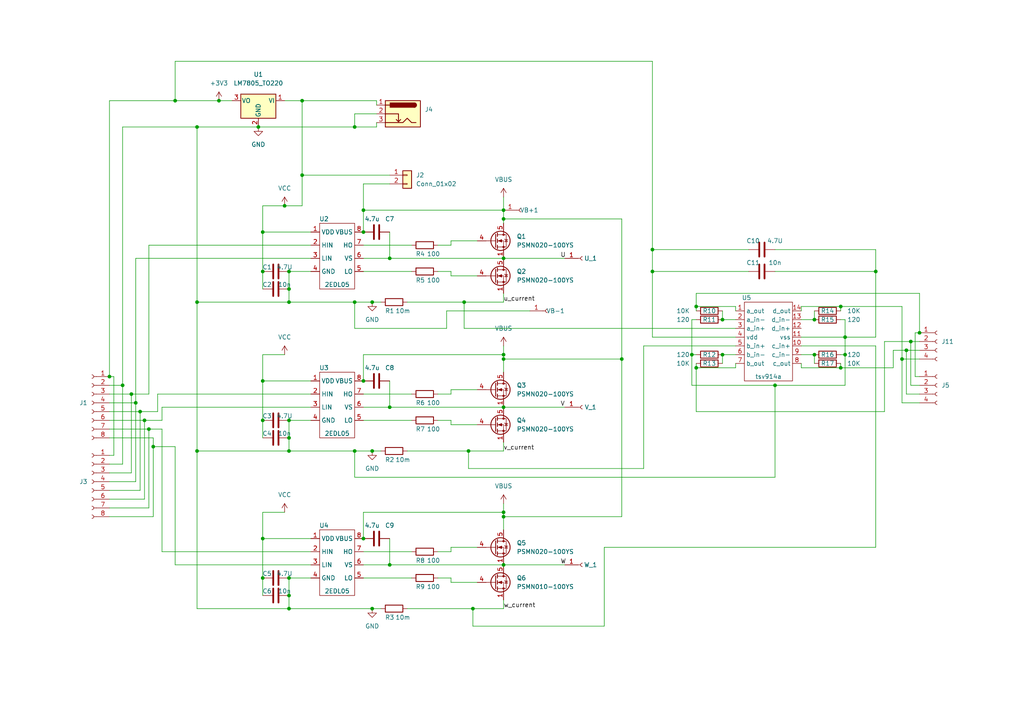
<source format=kicad_sch>
(kicad_sch (version 20210621) (generator eeschema)
  (paper "A4")
  (lib_symbols
    (symbol "1_user:2EDL05"
      (property "Reference" "U" (at 0 1.27 0))
      (property "Value" "2EDL05" (at 3.81 -17.78 0))
      (symbol "2EDL05_0_1"
        (rectangle (start -1.27 0) (end 8.89 -19.05) (stroke (width 0.1524)))
      )
      (symbol "2EDL05_1_1"
        (pin power_in line (at -3.81 -2.54 0) (length 2.54) (name "VDD") (number "1"))
        (pin input line (at -3.81 -6.35 0) (length 2.54) (name "HIN") (number "2"))
        (pin input line (at -3.81 -10.16 0) (length 2.54) (name "LIN") (number "3"))
        (pin power_in line (at -3.81 -13.97 0) (length 2.54) (name "GND") (number "4"))
        (pin output line (at 11.43 -13.97 180) (length 2.54) (name "LO") (number "5"))
        (pin output line (at 11.43 -10.16 180) (length 2.54) (name "VS") (number "6"))
        (pin output line (at 11.43 -6.35 180) (length 2.54) (name "HO") (number "7"))
        (pin input line (at 11.43 -2.54 180) (length 2.54) (name "VBUS") (number "8"))
      )
    )
    (symbol "1_user:tsv914a"
      (property "Reference" "U" (at 2.54 0 0))
      (property "Value" "tsv914a" (at 8.89 -22.86 0))
      (symbol "tsv914a_0_1"
        (rectangle (start 1.27 -1.27) (end 15.24 -24.13) (stroke (width 0.1524)))
      )
      (symbol "tsv914a_1_1"
        (pin output line (at -1.27 -3.81 0) (length 2.54) (name "a_out") (number "1"))
        (pin input line (at 17.78 -13.97 180) (length 2.54) (name "c_in+") (number "10"))
        (pin power_in line (at 17.78 -11.43 180) (length 2.54) (name "vss") (number "11"))
        (pin input line (at 17.78 -8.89 180) (length 2.54) (name "d_in+") (number "12"))
        (pin input line (at 17.78 -6.35 180) (length 2.54) (name "d_in-") (number "13"))
        (pin output line (at 17.78 -3.81 180) (length 2.54) (name "d_out") (number "14"))
        (pin input line (at -1.27 -6.35 0) (length 2.54) (name "a_in-") (number "2"))
        (pin input line (at -1.27 -8.89 0) (length 2.54) (name "a_in+") (number "3"))
        (pin power_in line (at -1.27 -11.43 0) (length 2.54) (name "vdd") (number "4"))
        (pin input line (at -1.27 -13.97 0) (length 2.54) (name "b_in+") (number "5"))
        (pin input line (at -1.27 -16.51 0) (length 2.54) (name "b_in-") (number "6"))
        (pin output line (at -1.27 -19.05 0) (length 2.54) (name "b_out") (number "7"))
        (pin output line (at 17.78 -19.05 180) (length 2.54) (name "c_out") (number "8"))
        (pin input line (at 17.78 -16.51 180) (length 2.54) (name "c_in-") (number "9"))
      )
    )
    (symbol "Connector:Barrel_Jack_Switch_Pin3Ring" (pin_names hide)
      (property "Reference" "J" (at 0 5.334 0))
      (property "Value" "Barrel_Jack_Switch_Pin3Ring" (at 0 -5.08 0))
      (symbol "Barrel_Jack_Switch_Pin3Ring_0_1"
        (arc (start -3.302 3.175) (end -3.302 1.905) (radius (at -3.302 2.54) (length 0.635) (angles 90.1 -90.1)) (stroke (width 0.254)))
        (arc (start -3.302 3.175) (end -3.302 1.905) (radius (at -3.302 2.54) (length 0.635) (angles 90.1 -90.1)) (stroke (width 0.254)) (fill (type outline)))
        (rectangle (start 3.683 3.175) (end -3.302 1.905) (stroke (width 0.254)) (fill (type outline)))
        (rectangle (start -5.08 3.81) (end 5.08 -3.81) (stroke (width 0.254)) (fill (type background)))
        (polyline (pts (xy 1.27 -2.286) (xy 1.905 -1.651)) (stroke (width 0.254)))
        (polyline (pts (xy 5.08 2.54) (xy 3.81 2.54)) (stroke (width 0.254)))
        (polyline (pts (xy 5.08 0) (xy 1.27 0) (xy 1.27 -2.286) (xy 0.635 -1.651)) (stroke (width 0.254)))
        (polyline (pts (xy -3.81 -2.54) (xy -2.54 -2.54) (xy -1.27 -1.27) (xy 0 -2.54) (xy 2.54 -2.54) (xy 5.08 -2.54)) (stroke (width 0.254)))
      )
      (symbol "Barrel_Jack_Switch_Pin3Ring_1_1"
        (pin passive line (at 7.62 2.54 180) (length 2.54) (name "~") (number "1"))
        (pin passive line (at 7.62 0 180) (length 2.54) (name "~") (number "2"))
        (pin passive line (at 7.62 -2.54 180) (length 2.54) (name "~") (number "3"))
      )
    )
    (symbol "Connector:Conn_01x01_Female" (pin_names (offset 1.016) hide)
      (property "Reference" "J" (at 0 2.54 0))
      (property "Value" "Conn_01x01_Female" (at 0 -2.54 0))
      (symbol "Conn_01x01_Female_1_1"
        (arc (start 0 0.508) (end 0 -0.508) (radius (at 0 0) (length 0.508) (angles 90.1 -90.1)) (stroke (width 0.1524)))
        (polyline (pts (xy -1.27 0) (xy -0.508 0)) (stroke (width 0.1524)))
        (pin passive line (at -5.08 0 0) (length 3.81) (name "Pin_1") (number "1"))
      )
    )
    (symbol "Connector:Conn_01x04_Female" (pin_names (offset 1.016) hide)
      (property "Reference" "J" (at 0 5.08 0))
      (property "Value" "Conn_01x04_Female" (at 0 -7.62 0))
      (symbol "Conn_01x04_Female_1_1"
        (arc (start 0 -4.572) (end 0 -5.588) (radius (at 0 -5.08) (length 0.508) (angles 90.1 -90.1)) (stroke (width 0.1524)))
        (arc (start 0 -2.032) (end 0 -3.048) (radius (at 0 -2.54) (length 0.508) (angles 90.1 -90.1)) (stroke (width 0.1524)))
        (arc (start 0 0.508) (end 0 -0.508) (radius (at 0 0) (length 0.508) (angles 90.1 -90.1)) (stroke (width 0.1524)))
        (arc (start 0 3.048) (end 0 2.032) (radius (at 0 2.54) (length 0.508) (angles 90.1 -90.1)) (stroke (width 0.1524)))
        (polyline (pts (xy -1.27 -5.08) (xy -0.508 -5.08)) (stroke (width 0.1524)))
        (polyline (pts (xy -1.27 -2.54) (xy -0.508 -2.54)) (stroke (width 0.1524)))
        (polyline (pts (xy -1.27 0) (xy -0.508 0)) (stroke (width 0.1524)))
        (polyline (pts (xy -1.27 2.54) (xy -0.508 2.54)) (stroke (width 0.1524)))
        (pin passive line (at -5.08 2.54 0) (length 3.81) (name "Pin_1") (number "1"))
        (pin passive line (at -5.08 0 0) (length 3.81) (name "Pin_2") (number "2"))
        (pin passive line (at -5.08 -2.54 0) (length 3.81) (name "Pin_3") (number "3"))
        (pin passive line (at -5.08 -5.08 0) (length 3.81) (name "Pin_4") (number "4"))
      )
    )
    (symbol "Connector:Conn_01x08_Female" (pin_names (offset 1.016) hide)
      (property "Reference" "J" (at 0 10.16 0))
      (property "Value" "Conn_01x08_Female" (at 0 -12.7 0))
      (symbol "Conn_01x08_Female_1_1"
        (arc (start 0 -9.652) (end 0 -10.668) (radius (at 0 -10.16) (length 0.508) (angles 90.1 -90.1)) (stroke (width 0.1524)))
        (arc (start 0 -7.112) (end 0 -8.128) (radius (at 0 -7.62) (length 0.508) (angles 90.1 -90.1)) (stroke (width 0.1524)))
        (arc (start 0 -4.572) (end 0 -5.588) (radius (at 0 -5.08) (length 0.508) (angles 90.1 -90.1)) (stroke (width 0.1524)))
        (arc (start 0 -2.032) (end 0 -3.048) (radius (at 0 -2.54) (length 0.508) (angles 90.1 -90.1)) (stroke (width 0.1524)))
        (arc (start 0 0.508) (end 0 -0.508) (radius (at 0 0) (length 0.508) (angles 90.1 -90.1)) (stroke (width 0.1524)))
        (arc (start 0 3.048) (end 0 2.032) (radius (at 0 2.54) (length 0.508) (angles 90.1 -90.1)) (stroke (width 0.1524)))
        (arc (start 0 5.588) (end 0 4.572) (radius (at 0 5.08) (length 0.508) (angles 90.1 -90.1)) (stroke (width 0.1524)))
        (arc (start 0 8.128) (end 0 7.112) (radius (at 0 7.62) (length 0.508) (angles 90.1 -90.1)) (stroke (width 0.1524)))
        (polyline (pts (xy -1.27 -10.16) (xy -0.508 -10.16)) (stroke (width 0.1524)))
        (polyline (pts (xy -1.27 -7.62) (xy -0.508 -7.62)) (stroke (width 0.1524)))
        (polyline (pts (xy -1.27 -5.08) (xy -0.508 -5.08)) (stroke (width 0.1524)))
        (polyline (pts (xy -1.27 -2.54) (xy -0.508 -2.54)) (stroke (width 0.1524)))
        (polyline (pts (xy -1.27 0) (xy -0.508 0)) (stroke (width 0.1524)))
        (polyline (pts (xy -1.27 2.54) (xy -0.508 2.54)) (stroke (width 0.1524)))
        (polyline (pts (xy -1.27 5.08) (xy -0.508 5.08)) (stroke (width 0.1524)))
        (polyline (pts (xy -1.27 7.62) (xy -0.508 7.62)) (stroke (width 0.1524)))
        (pin passive line (at -5.08 7.62 0) (length 3.81) (name "Pin_1") (number "1"))
        (pin passive line (at -5.08 5.08 0) (length 3.81) (name "Pin_2") (number "2"))
        (pin passive line (at -5.08 2.54 0) (length 3.81) (name "Pin_3") (number "3"))
        (pin passive line (at -5.08 0 0) (length 3.81) (name "Pin_4") (number "4"))
        (pin passive line (at -5.08 -2.54 0) (length 3.81) (name "Pin_5") (number "5"))
        (pin passive line (at -5.08 -5.08 0) (length 3.81) (name "Pin_6") (number "6"))
        (pin passive line (at -5.08 -7.62 0) (length 3.81) (name "Pin_7") (number "7"))
        (pin passive line (at -5.08 -10.16 0) (length 3.81) (name "Pin_8") (number "8"))
      )
    )
    (symbol "Connector_Generic:Conn_01x02" (pin_names (offset 1.016) hide)
      (property "Reference" "J" (at 0 2.54 0))
      (property "Value" "Conn_01x02" (at 0 -5.08 0))
      (symbol "Conn_01x02_1_1"
        (rectangle (start -1.27 -2.413) (end 0 -2.667) (stroke (width 0.1524)))
        (rectangle (start -1.27 0.127) (end 0 -0.127) (stroke (width 0.1524)))
        (rectangle (start -1.27 1.27) (end 1.27 -3.81) (stroke (width 0.254)) (fill (type background)))
        (pin passive line (at -5.08 0 0) (length 3.81) (name "Pin_1") (number "1"))
        (pin passive line (at -5.08 -2.54 0) (length 3.81) (name "Pin_2") (number "2"))
      )
    )
    (symbol "Device:C" (pin_numbers hide) (pin_names (offset 0.254))
      (property "Reference" "C" (at 0.635 2.54 0))
      (property "Value" "C" (at 0.635 -2.54 0))
      (symbol "C_0_1"
        (polyline (pts (xy -2.032 -0.762) (xy 2.032 -0.762)) (stroke (width 0.508)))
        (polyline (pts (xy -2.032 0.762) (xy 2.032 0.762)) (stroke (width 0.508)))
      )
      (symbol "C_1_1"
        (pin passive line (at 0 3.81 270) (length 2.794) (name "~") (number "1"))
        (pin passive line (at 0 -3.81 90) (length 2.794) (name "~") (number "2"))
      )
    )
    (symbol "Device:R" (pin_numbers hide) (pin_names (offset 0))
      (property "Reference" "R" (at 2.032 0 90))
      (property "Value" "R" (at 0 0 90))
      (symbol "R_0_1"
        (rectangle (start -1.016 -2.54) (end 1.016 2.54) (stroke (width 0.254)))
      )
      (symbol "R_1_1"
        (pin passive line (at 0 3.81 270) (length 1.27) (name "~") (number "1"))
        (pin passive line (at 0 -3.81 90) (length 1.27) (name "~") (number "2"))
      )
    )
    (symbol "Regulator_Linear:LM7805_TO220" (pin_names (offset 0.254))
      (property "Reference" "U" (at -3.81 3.175 0))
      (property "Value" "LM7805_TO220" (at 0 3.175 0))
      (symbol "LM7805_TO220_0_1"
        (rectangle (start -5.08 1.905) (end 5.08 -5.08) (stroke (width 0.254)) (fill (type background)))
      )
      (symbol "LM7805_TO220_1_1"
        (pin power_in line (at -7.62 0 0) (length 2.54) (name "VI") (number "1"))
        (pin power_in line (at 0 -7.62 90) (length 2.54) (name "GND") (number "2"))
        (pin power_out line (at 7.62 0 180) (length 2.54) (name "VO") (number "3"))
      )
    )
    (symbol "Transistor_FET:PSMN5R2-60YL" (pin_names hide)
      (property "Reference" "Q" (at 6.35 2.54 0))
      (property "Value" "PSMN5R2-60YL" (at 12.7 0 0))
      (symbol "PSMN5R2-60YL_0_1"
        (circle (center 1.651 0) (radius 2.794) (stroke (width 0.254)))
        (circle (center 2.54 -1.778) (radius 0.254) (fill (type outline)))
        (circle (center 2.54 1.778) (radius 0.254) (fill (type outline)))
        (polyline (pts (xy 0.254 0) (xy -2.54 0)))
        (polyline (pts (xy 0.254 1.905) (xy 0.254 -1.905)) (stroke (width 0.254)))
        (polyline (pts (xy 0.762 -1.27) (xy 0.762 -2.286)) (stroke (width 0.254)))
        (polyline (pts (xy 0.762 0.508) (xy 0.762 -0.508)) (stroke (width 0.254)))
        (polyline (pts (xy 0.762 2.286) (xy 0.762 1.27)) (stroke (width 0.254)))
        (polyline (pts (xy 2.54 2.54) (xy 2.54 1.778)))
        (polyline (pts (xy 2.54 -2.54) (xy 2.54 0) (xy 0.762 0)))
        (polyline (pts (xy 0.762 -1.778) (xy 3.302 -1.778) (xy 3.302 1.778) (xy 0.762 1.778)))
        (polyline (pts (xy 2.794 0.508) (xy 2.921 0.381) (xy 3.683 0.381) (xy 3.81 0.254)))
        (polyline (pts (xy 3.302 0.381) (xy 2.921 -0.254) (xy 3.683 -0.254) (xy 3.302 0.381)))
        (polyline (pts (xy 1.016 0) (xy 2.032 0.381) (xy 2.032 -0.381) (xy 1.016 0)) (fill (type outline)))
      )
      (symbol "PSMN5R2-60YL_1_1"
        (pin passive line (at 2.54 -5.08 90) (length 2.54) (name "S") (number "1"))
        (pin passive line (at 2.54 -5.08 90) (length 2.54) hide (name "S") (number "2"))
        (pin passive line (at 2.54 -5.08 90) (length 2.54) hide (name "S") (number "3"))
        (pin passive line (at -5.08 0 0) (length 2.54) (name "G") (number "4"))
        (pin passive line (at 2.54 5.08 270) (length 2.54) (name "D") (number "5"))
      )
    )
    (symbol "power:+3.3V" (power) (pin_names (offset 0))
      (property "Value" "+3.3V" (at 0 3.556 0))
      (symbol "+3.3V_0_1"
        (polyline (pts (xy -0.762 1.27) (xy 0 2.54)))
        (polyline (pts (xy 0 0) (xy 0 2.54)))
        (polyline (pts (xy 0 2.54) (xy 0.762 1.27)))
      )
      (symbol "+3.3V_1_1"
        (pin power_in line (at 0 0 90) (length 0) hide (name "+3V3") (number "1"))
      )
    )
    (symbol "power:GND" (power) (pin_names (offset 0))
      (property "Value" "GND" (at 0 -3.81 0))
      (symbol "GND_0_1"
        (polyline (pts (xy 0 0) (xy 0 -1.27) (xy 1.27 -1.27) (xy 0 -2.54) (xy -1.27 -1.27) (xy 0 -1.27)))
      )
      (symbol "GND_1_1"
        (pin power_in line (at 0 0 270) (length 0) hide (name "GND") (number "1"))
      )
    )
    (symbol "power:VBUS" (power) (pin_names (offset 0))
      (property "Value" "VBUS" (at 0 3.81 0))
      (symbol "VBUS_0_1"
        (polyline (pts (xy -0.762 1.27) (xy 0 2.54)))
        (polyline (pts (xy 0 0) (xy 0 2.54)))
        (polyline (pts (xy 0 2.54) (xy 0.762 1.27)))
      )
      (symbol "VBUS_1_1"
        (pin power_in line (at 0 0 90) (length 0) hide (name "VBUS") (number "1"))
      )
    )
    (symbol "power:VCC" (power) (pin_names (offset 0))
      (property "Value" "VCC" (at 0 3.81 0))
      (symbol "VCC_0_1"
        (polyline (pts (xy -0.762 1.27) (xy 0 2.54)))
        (polyline (pts (xy 0 0) (xy 0 2.54)))
        (polyline (pts (xy 0 2.54) (xy 0.762 1.27)))
      )
      (symbol "VCC_1_1"
        (pin power_in line (at 0 0 90) (length 0) hide (name "VCC") (number "1"))
      )
    )
  )
  (junction (at 31.75 109.22) (diameter 0.9144))
  (junction (at 35.56 111.76) (diameter 0.9144))
  (junction (at 38.1 114.3) (diameter 0.9144))
  (junction (at 39.37 116.84) (diameter 0.9144))
  (junction (at 40.64 119.38) (diameter 0.9144))
  (junction (at 41.91 121.92) (diameter 0.9144))
  (junction (at 43.18 124.46) (diameter 0.9144))
  (junction (at 44.45 129.54) (diameter 0.9144))
  (junction (at 50.8 29.21) (diameter 0.9144))
  (junction (at 57.15 36.83) (diameter 0.9144))
  (junction (at 57.15 87.63) (diameter 0.9144))
  (junction (at 57.15 130.81) (diameter 0.9144))
  (junction (at 63.5 29.21) (diameter 0.9144))
  (junction (at 74.93 36.83) (diameter 0.9144))
  (junction (at 76.2 67.31) (diameter 0.9144))
  (junction (at 76.2 78.74) (diameter 0.9144))
  (junction (at 76.2 110.49) (diameter 0.9144))
  (junction (at 76.2 121.92) (diameter 0.9144))
  (junction (at 76.2 156.21) (diameter 0.9144))
  (junction (at 76.2 167.64) (diameter 0.9144))
  (junction (at 82.55 59.69) (diameter 0.9144))
  (junction (at 83.82 78.74) (diameter 0.9144))
  (junction (at 83.82 83.82) (diameter 0.9144))
  (junction (at 83.82 87.63) (diameter 0.9144))
  (junction (at 83.82 121.92) (diameter 0.9144))
  (junction (at 83.82 127) (diameter 0.9144))
  (junction (at 83.82 130.81) (diameter 0.9144))
  (junction (at 83.82 167.64) (diameter 0.9144))
  (junction (at 83.82 172.72) (diameter 0.9144))
  (junction (at 83.82 176.53) (diameter 0.9144))
  (junction (at 87.63 29.21) (diameter 0.9144))
  (junction (at 87.63 50.8) (diameter 0.9144))
  (junction (at 102.87 36.83) (diameter 0.9144))
  (junction (at 102.87 87.63) (diameter 0.9144))
  (junction (at 102.87 130.81) (diameter 0.9144))
  (junction (at 105.41 60.96) (diameter 0.9144))
  (junction (at 105.41 67.31) (diameter 0.9144))
  (junction (at 105.41 110.49) (diameter 0.9144))
  (junction (at 105.41 156.21) (diameter 0.9144))
  (junction (at 107.95 87.63) (diameter 0.9144))
  (junction (at 107.95 130.81) (diameter 0.9144))
  (junction (at 107.95 176.53) (diameter 0.9144))
  (junction (at 113.03 74.93) (diameter 0.9144))
  (junction (at 113.03 118.11) (diameter 0.9144))
  (junction (at 113.03 163.83) (diameter 0.9144))
  (junction (at 134.62 87.63) (diameter 0.9144))
  (junction (at 135.89 130.81) (diameter 0.9144))
  (junction (at 137.16 176.53) (diameter 0.9144))
  (junction (at 146.05 60.96) (diameter 0.9144))
  (junction (at 146.05 63.5) (diameter 0.9144))
  (junction (at 146.05 74.93) (diameter 0.9144))
  (junction (at 146.05 102.87) (diameter 0.9144))
  (junction (at 146.05 104.14) (diameter 0.9144))
  (junction (at 146.05 118.11) (diameter 0.9144))
  (junction (at 146.05 148.59) (diameter 0.9144))
  (junction (at 146.05 149.86) (diameter 0.9144))
  (junction (at 146.05 163.83) (diameter 0.9144))
  (junction (at 180.34 104.14) (diameter 0.9144))
  (junction (at 189.23 72.39) (diameter 0.9144))
  (junction (at 189.23 78.74) (diameter 0.9144))
  (junction (at 200.66 102.87) (diameter 0.9144))
  (junction (at 201.93 88.9) (diameter 0.9144))
  (junction (at 201.93 106.68) (diameter 0.9144))
  (junction (at 209.55 92.71) (diameter 0.9144))
  (junction (at 209.55 102.87) (diameter 0.9144))
  (junction (at 224.79 111.76) (diameter 0.9144))
  (junction (at 236.22 92.71) (diameter 0.9144))
  (junction (at 236.22 102.87) (diameter 0.9144))
  (junction (at 243.84 88.9) (diameter 0.9144))
  (junction (at 243.84 106.68) (diameter 0.9144))
  (junction (at 245.11 97.79) (diameter 0.9144))
  (junction (at 245.11 102.87) (diameter 0.9144))
  (junction (at 254 78.74) (diameter 0.9144))
  (junction (at 261.62 104.14) (diameter 0.9144))
  (junction (at 262.89 101.6) (diameter 0.9144))
  (junction (at 264.16 99.06) (diameter 0.9144))
  (junction (at 266.7 96.52) (diameter 0.9144))
  (wire (pts (xy 31.75 29.21) (xy 50.8 29.21)))
  (wire (pts (xy 31.75 109.22) (xy 31.75 29.21)))
  (wire (pts (xy 31.75 111.76) (xy 35.56 111.76)))
  (wire (pts (xy 31.75 114.3) (xy 38.1 114.3)))
  (wire (pts (xy 31.75 116.84) (xy 39.37 116.84)))
  (wire (pts (xy 31.75 119.38) (xy 40.64 119.38)))
  (wire (pts (xy 31.75 127) (xy 44.45 127)))
  (wire (pts (xy 31.75 132.08) (xy 33.02 132.08)))
  (wire (pts (xy 31.75 134.62) (xy 35.56 134.62)))
  (wire (pts (xy 31.75 137.16) (xy 38.1 137.16)))
  (wire (pts (xy 31.75 139.7) (xy 39.37 139.7)))
  (wire (pts (xy 31.75 142.24) (xy 40.64 142.24)))
  (wire (pts (xy 31.75 144.78) (xy 41.91 144.78)))
  (wire (pts (xy 31.75 147.32) (xy 43.18 147.32)))
  (wire (pts (xy 31.75 149.86) (xy 44.45 149.86)))
  (wire (pts (xy 33.02 109.22) (xy 31.75 109.22)))
  (wire (pts (xy 33.02 132.08) (xy 33.02 109.22)))
  (wire (pts (xy 35.56 36.83) (xy 57.15 36.83)))
  (wire (pts (xy 35.56 111.76) (xy 35.56 36.83)))
  (wire (pts (xy 35.56 134.62) (xy 35.56 111.76)))
  (wire (pts (xy 38.1 114.3) (xy 43.18 114.3)))
  (wire (pts (xy 38.1 137.16) (xy 38.1 114.3)))
  (wire (pts (xy 39.37 74.93) (xy 39.37 116.84)))
  (wire (pts (xy 39.37 74.93) (xy 90.17 74.93)))
  (wire (pts (xy 39.37 139.7) (xy 39.37 116.84)))
  (wire (pts (xy 40.64 119.38) (xy 45.72 119.38)))
  (wire (pts (xy 40.64 142.24) (xy 40.64 119.38)))
  (wire (pts (xy 41.91 121.92) (xy 31.75 121.92)))
  (wire (pts (xy 41.91 144.78) (xy 41.91 121.92)))
  (wire (pts (xy 43.18 71.12) (xy 90.17 71.12)))
  (wire (pts (xy 43.18 114.3) (xy 43.18 71.12)))
  (wire (pts (xy 43.18 124.46) (xy 31.75 124.46)))
  (wire (pts (xy 43.18 147.32) (xy 43.18 124.46)))
  (wire (pts (xy 44.45 127) (xy 44.45 129.54)))
  (wire (pts (xy 44.45 129.54) (xy 50.8 129.54)))
  (wire (pts (xy 44.45 149.86) (xy 44.45 129.54)))
  (wire (pts (xy 45.72 114.3) (xy 90.17 114.3)))
  (wire (pts (xy 45.72 119.38) (xy 45.72 114.3)))
  (wire (pts (xy 46.99 118.11) (xy 46.99 121.92)))
  (wire (pts (xy 46.99 118.11) (xy 90.17 118.11)))
  (wire (pts (xy 46.99 121.92) (xy 41.91 121.92)))
  (wire (pts (xy 46.99 124.46) (xy 43.18 124.46)))
  (wire (pts (xy 46.99 124.46) (xy 46.99 160.02)))
  (wire (pts (xy 46.99 160.02) (xy 90.17 160.02)))
  (wire (pts (xy 50.8 17.78) (xy 50.8 29.21)))
  (wire (pts (xy 50.8 29.21) (xy 63.5 29.21)))
  (wire (pts (xy 50.8 129.54) (xy 50.8 163.83)))
  (wire (pts (xy 57.15 36.83) (xy 57.15 87.63)))
  (wire (pts (xy 57.15 36.83) (xy 74.93 36.83)))
  (wire (pts (xy 57.15 87.63) (xy 57.15 130.81)))
  (wire (pts (xy 57.15 87.63) (xy 83.82 87.63)))
  (wire (pts (xy 57.15 130.81) (xy 57.15 176.53)))
  (wire (pts (xy 57.15 130.81) (xy 83.82 130.81)))
  (wire (pts (xy 57.15 176.53) (xy 83.82 176.53)))
  (wire (pts (xy 63.5 29.21) (xy 67.31 29.21)))
  (wire (pts (xy 74.93 36.83) (xy 102.87 36.83)))
  (wire (pts (xy 76.2 59.69) (xy 82.55 59.69)))
  (wire (pts (xy 76.2 67.31) (xy 76.2 59.69)))
  (wire (pts (xy 76.2 67.31) (xy 76.2 78.74)))
  (wire (pts (xy 76.2 67.31) (xy 90.17 67.31)))
  (wire (pts (xy 76.2 78.74) (xy 76.2 83.82)))
  (wire (pts (xy 76.2 102.87) (xy 76.2 110.49)))
  (wire (pts (xy 76.2 102.87) (xy 82.55 102.87)))
  (wire (pts (xy 76.2 110.49) (xy 76.2 121.92)))
  (wire (pts (xy 76.2 110.49) (xy 90.17 110.49)))
  (wire (pts (xy 76.2 121.92) (xy 76.2 127)))
  (wire (pts (xy 76.2 148.59) (xy 76.2 156.21)))
  (wire (pts (xy 76.2 148.59) (xy 82.55 148.59)))
  (wire (pts (xy 76.2 156.21) (xy 76.2 167.64)))
  (wire (pts (xy 76.2 156.21) (xy 90.17 156.21)))
  (wire (pts (xy 76.2 167.64) (xy 76.2 172.72)))
  (wire (pts (xy 82.55 29.21) (xy 87.63 29.21)))
  (wire (pts (xy 82.55 59.69) (xy 87.63 59.69)))
  (wire (pts (xy 83.82 78.74) (xy 83.82 83.82)))
  (wire (pts (xy 83.82 78.74) (xy 90.17 78.74)))
  (wire (pts (xy 83.82 83.82) (xy 83.82 87.63)))
  (wire (pts (xy 83.82 121.92) (xy 83.82 127)))
  (wire (pts (xy 83.82 121.92) (xy 90.17 121.92)))
  (wire (pts (xy 83.82 127) (xy 83.82 130.81)))
  (wire (pts (xy 83.82 167.64) (xy 83.82 172.72)))
  (wire (pts (xy 83.82 167.64) (xy 90.17 167.64)))
  (wire (pts (xy 83.82 172.72) (xy 83.82 176.53)))
  (wire (pts (xy 87.63 29.21) (xy 87.63 50.8)))
  (wire (pts (xy 87.63 29.21) (xy 109.22 29.21)))
  (wire (pts (xy 87.63 50.8) (xy 87.63 59.69)))
  (wire (pts (xy 87.63 50.8) (xy 113.03 50.8)))
  (wire (pts (xy 90.17 163.83) (xy 50.8 163.83)))
  (wire (pts (xy 102.87 33.02) (xy 102.87 36.83)))
  (wire (pts (xy 102.87 36.83) (xy 109.22 36.83)))
  (wire (pts (xy 102.87 87.63) (xy 83.82 87.63)))
  (wire (pts (xy 102.87 87.63) (xy 102.87 95.25)))
  (wire (pts (xy 102.87 95.25) (xy 129.54 95.25)))
  (wire (pts (xy 102.87 130.81) (xy 83.82 130.81)))
  (wire (pts (xy 102.87 130.81) (xy 102.87 138.43)))
  (wire (pts (xy 102.87 138.43) (xy 224.79 138.43)))
  (wire (pts (xy 105.41 53.34) (xy 105.41 60.96)))
  (wire (pts (xy 105.41 53.34) (xy 113.03 53.34)))
  (wire (pts (xy 105.41 60.96) (xy 105.41 67.31)))
  (wire (pts (xy 105.41 60.96) (xy 146.05 60.96)))
  (wire (pts (xy 105.41 71.12) (xy 119.38 71.12)))
  (wire (pts (xy 105.41 74.93) (xy 113.03 74.93)))
  (wire (pts (xy 105.41 78.74) (xy 119.38 78.74)))
  (wire (pts (xy 105.41 102.87) (xy 146.05 102.87)))
  (wire (pts (xy 105.41 110.49) (xy 105.41 102.87)))
  (wire (pts (xy 105.41 114.3) (xy 119.38 114.3)))
  (wire (pts (xy 105.41 118.11) (xy 113.03 118.11)))
  (wire (pts (xy 105.41 121.92) (xy 119.38 121.92)))
  (wire (pts (xy 105.41 148.59) (xy 146.05 148.59)))
  (wire (pts (xy 105.41 156.21) (xy 105.41 148.59)))
  (wire (pts (xy 105.41 160.02) (xy 119.38 160.02)))
  (wire (pts (xy 105.41 163.83) (xy 113.03 163.83)))
  (wire (pts (xy 105.41 167.64) (xy 119.38 167.64)))
  (wire (pts (xy 107.95 87.63) (xy 102.87 87.63)))
  (wire (pts (xy 107.95 130.81) (xy 102.87 130.81)))
  (wire (pts (xy 107.95 176.53) (xy 83.82 176.53)))
  (wire (pts (xy 109.22 29.21) (xy 109.22 30.48)))
  (wire (pts (xy 109.22 33.02) (xy 102.87 33.02)))
  (wire (pts (xy 109.22 36.83) (xy 109.22 35.56)))
  (wire (pts (xy 110.49 87.63) (xy 107.95 87.63)))
  (wire (pts (xy 110.49 130.81) (xy 107.95 130.81)))
  (wire (pts (xy 110.49 176.53) (xy 107.95 176.53)))
  (wire (pts (xy 113.03 74.93) (xy 113.03 67.31)))
  (wire (pts (xy 113.03 74.93) (xy 146.05 74.93)))
  (wire (pts (xy 113.03 118.11) (xy 113.03 110.49)))
  (wire (pts (xy 113.03 118.11) (xy 146.05 118.11)))
  (wire (pts (xy 113.03 163.83) (xy 113.03 156.21)))
  (wire (pts (xy 113.03 163.83) (xy 146.05 163.83)))
  (wire (pts (xy 118.11 87.63) (xy 134.62 87.63)))
  (wire (pts (xy 118.11 130.81) (xy 135.89 130.81)))
  (wire (pts (xy 118.11 176.53) (xy 137.16 176.53)))
  (wire (pts (xy 127 71.12) (xy 130.81 71.12)))
  (wire (pts (xy 127 78.74) (xy 130.81 78.74)))
  (wire (pts (xy 127 114.3) (xy 130.81 114.3)))
  (wire (pts (xy 127 121.92) (xy 130.81 121.92)))
  (wire (pts (xy 127 160.02) (xy 130.81 160.02)))
  (wire (pts (xy 127 167.64) (xy 130.81 167.64)))
  (wire (pts (xy 129.54 90.17) (xy 153.67 90.17)))
  (wire (pts (xy 129.54 95.25) (xy 129.54 90.17)))
  (wire (pts (xy 130.81 69.85) (xy 138.43 69.85)))
  (wire (pts (xy 130.81 71.12) (xy 130.81 69.85)))
  (wire (pts (xy 130.81 78.74) (xy 130.81 80.01)))
  (wire (pts (xy 130.81 80.01) (xy 138.43 80.01)))
  (wire (pts (xy 130.81 113.03) (xy 138.43 113.03)))
  (wire (pts (xy 130.81 114.3) (xy 130.81 113.03)))
  (wire (pts (xy 130.81 121.92) (xy 130.81 123.19)))
  (wire (pts (xy 130.81 123.19) (xy 138.43 123.19)))
  (wire (pts (xy 130.81 158.75) (xy 138.43 158.75)))
  (wire (pts (xy 130.81 160.02) (xy 130.81 158.75)))
  (wire (pts (xy 130.81 167.64) (xy 130.81 168.91)))
  (wire (pts (xy 130.81 168.91) (xy 138.43 168.91)))
  (wire (pts (xy 134.62 87.63) (xy 134.62 95.25)))
  (wire (pts (xy 134.62 87.63) (xy 146.05 87.63)))
  (wire (pts (xy 134.62 95.25) (xy 213.36 95.25)))
  (wire (pts (xy 135.89 130.81) (xy 135.89 135.89)))
  (wire (pts (xy 135.89 130.81) (xy 146.05 130.81)))
  (wire (pts (xy 135.89 135.89) (xy 186.69 135.89)))
  (wire (pts (xy 137.16 176.53) (xy 146.05 176.53)))
  (wire (pts (xy 137.16 181.61) (xy 137.16 176.53)))
  (wire (pts (xy 146.05 57.15) (xy 146.05 60.96)))
  (wire (pts (xy 146.05 60.96) (xy 146.05 63.5)))
  (wire (pts (xy 146.05 63.5) (xy 146.05 64.77)))
  (wire (pts (xy 146.05 63.5) (xy 180.34 63.5)))
  (wire (pts (xy 146.05 74.93) (xy 163.83 74.93)))
  (wire (pts (xy 146.05 87.63) (xy 146.05 85.09)))
  (wire (pts (xy 146.05 100.33) (xy 146.05 102.87)))
  (wire (pts (xy 146.05 102.87) (xy 146.05 104.14)))
  (wire (pts (xy 146.05 104.14) (xy 146.05 107.95)))
  (wire (pts (xy 146.05 104.14) (xy 180.34 104.14)))
  (wire (pts (xy 146.05 118.11) (xy 163.83 118.11)))
  (wire (pts (xy 146.05 130.81) (xy 146.05 128.27)))
  (wire (pts (xy 146.05 146.05) (xy 146.05 148.59)))
  (wire (pts (xy 146.05 148.59) (xy 146.05 149.86)))
  (wire (pts (xy 146.05 149.86) (xy 146.05 153.67)))
  (wire (pts (xy 146.05 163.83) (xy 163.83 163.83)))
  (wire (pts (xy 146.05 176.53) (xy 146.05 173.99)))
  (wire (pts (xy 175.26 158.75) (xy 254 158.75)))
  (wire (pts (xy 175.26 181.61) (xy 137.16 181.61)))
  (wire (pts (xy 175.26 181.61) (xy 175.26 158.75)))
  (wire (pts (xy 180.34 63.5) (xy 180.34 104.14)))
  (wire (pts (xy 180.34 104.14) (xy 180.34 149.86)))
  (wire (pts (xy 180.34 149.86) (xy 146.05 149.86)))
  (wire (pts (xy 186.69 100.33) (xy 213.36 100.33)))
  (wire (pts (xy 186.69 135.89) (xy 186.69 100.33)))
  (wire (pts (xy 189.23 17.78) (xy 50.8 17.78)))
  (wire (pts (xy 189.23 72.39) (xy 189.23 17.78)))
  (wire (pts (xy 189.23 72.39) (xy 217.17 72.39)))
  (wire (pts (xy 189.23 78.74) (xy 189.23 72.39)))
  (wire (pts (xy 189.23 78.74) (xy 217.17 78.74)))
  (wire (pts (xy 189.23 97.79) (xy 189.23 78.74)))
  (wire (pts (xy 200.66 92.71) (xy 200.66 102.87)))
  (wire (pts (xy 200.66 92.71) (xy 201.93 92.71)))
  (wire (pts (xy 200.66 102.87) (xy 200.66 111.76)))
  (wire (pts (xy 200.66 111.76) (xy 224.79 111.76)))
  (wire (pts (xy 201.93 85.09) (xy 266.7 85.09)))
  (wire (pts (xy 201.93 88.9) (xy 201.93 85.09)))
  (wire (pts (xy 201.93 88.9) (xy 201.93 90.17)))
  (wire (pts (xy 201.93 102.87) (xy 200.66 102.87)))
  (wire (pts (xy 201.93 106.68) (xy 201.93 105.41)))
  (wire (pts (xy 201.93 106.68) (xy 201.93 119.38)))
  (wire (pts (xy 201.93 119.38) (xy 256.54 119.38)))
  (wire (pts (xy 209.55 90.17) (xy 209.55 92.71)))
  (wire (pts (xy 209.55 92.71) (xy 213.36 92.71)))
  (wire (pts (xy 209.55 102.87) (xy 209.55 105.41)))
  (wire (pts (xy 209.55 102.87) (xy 213.36 102.87)))
  (wire (pts (xy 213.36 88.9) (xy 201.93 88.9)))
  (wire (pts (xy 213.36 90.17) (xy 213.36 88.9)))
  (wire (pts (xy 213.36 97.79) (xy 189.23 97.79)))
  (wire (pts (xy 213.36 105.41) (xy 213.36 106.68)))
  (wire (pts (xy 213.36 106.68) (xy 201.93 106.68)))
  (wire (pts (xy 224.79 72.39) (xy 254 72.39)))
  (wire (pts (xy 224.79 78.74) (xy 254 78.74)))
  (wire (pts (xy 224.79 111.76) (xy 245.11 111.76)))
  (wire (pts (xy 224.79 138.43) (xy 224.79 111.76)))
  (wire (pts (xy 232.41 88.9) (xy 243.84 88.9)))
  (wire (pts (xy 232.41 90.17) (xy 232.41 88.9)))
  (wire (pts (xy 232.41 92.71) (xy 236.22 92.71)))
  (wire (pts (xy 232.41 97.79) (xy 245.11 97.79)))
  (wire (pts (xy 232.41 100.33) (xy 254 100.33)))
  (wire (pts (xy 232.41 102.87) (xy 236.22 102.87)))
  (wire (pts (xy 232.41 105.41) (xy 232.41 106.68)))
  (wire (pts (xy 232.41 106.68) (xy 243.84 106.68)))
  (wire (pts (xy 236.22 90.17) (xy 236.22 92.71)))
  (wire (pts (xy 236.22 102.87) (xy 236.22 105.41)))
  (wire (pts (xy 243.84 88.9) (xy 243.84 90.17)))
  (wire (pts (xy 243.84 88.9) (xy 261.62 88.9)))
  (wire (pts (xy 243.84 92.71) (xy 245.11 92.71)))
  (wire (pts (xy 243.84 102.87) (xy 245.11 102.87)))
  (wire (pts (xy 243.84 106.68) (xy 243.84 105.41)))
  (wire (pts (xy 243.84 106.68) (xy 259.08 106.68)))
  (wire (pts (xy 245.11 92.71) (xy 245.11 97.79)))
  (wire (pts (xy 245.11 97.79) (xy 245.11 102.87)))
  (wire (pts (xy 245.11 97.79) (xy 254 97.79)))
  (wire (pts (xy 245.11 111.76) (xy 245.11 102.87)))
  (wire (pts (xy 254 72.39) (xy 254 78.74)))
  (wire (pts (xy 254 78.74) (xy 254 97.79)))
  (wire (pts (xy 254 100.33) (xy 254 158.75)))
  (wire (pts (xy 256.54 99.06) (xy 264.16 99.06)))
  (wire (pts (xy 256.54 119.38) (xy 256.54 99.06)))
  (wire (pts (xy 259.08 101.6) (xy 262.89 101.6)))
  (wire (pts (xy 259.08 106.68) (xy 259.08 101.6)))
  (wire (pts (xy 261.62 88.9) (xy 261.62 104.14)))
  (wire (pts (xy 261.62 104.14) (xy 266.7 104.14)))
  (wire (pts (xy 261.62 116.84) (xy 261.62 104.14)))
  (wire (pts (xy 262.89 101.6) (xy 266.7 101.6)))
  (wire (pts (xy 262.89 114.3) (xy 262.89 101.6)))
  (wire (pts (xy 264.16 99.06) (xy 266.7 99.06)))
  (wire (pts (xy 264.16 111.76) (xy 264.16 99.06)))
  (wire (pts (xy 265.43 96.52) (xy 266.7 96.52)))
  (wire (pts (xy 265.43 109.22) (xy 265.43 96.52)))
  (wire (pts (xy 266.7 85.09) (xy 266.7 96.52)))
  (wire (pts (xy 266.7 109.22) (xy 265.43 109.22)))
  (wire (pts (xy 266.7 111.76) (xy 264.16 111.76)))
  (wire (pts (xy 266.7 114.3) (xy 262.89 114.3)))
  (wire (pts (xy 266.7 116.84) (xy 261.62 116.84)))
  (label "u_current" (at 146.05 87.63 0))
  (label "v_current" (at 146.05 130.81 0))
  (label "w_current" (at 146.05 176.53 0))
  (label "U" (at 162.56 74.93 0))
  (label "V" (at 162.56 118.11 0))
  (label "W" (at 162.56 163.83 0))
  (symbol (lib_id "power:+3.3V") (at 63.5 29.21 0) (unit 1)
    (property "Reference" "#PWR01" (effects hide))
    (property "Value" "+3.3V" (at 63.5 24.13 0))
  )
  (symbol (lib_id "power:VCC") (at 82.55 59.69 0) (unit 1)
    (property "Reference" "#PWR03" (effects hide))
    (property "Value" "VCC" (at 82.55 54.61 0))
  )
  (symbol (lib_id "power:VCC") (at 82.55 102.87 0) (unit 1)
    (property "Reference" "#PWR04" (effects hide))
    (property "Value" "VCC" (at 82.55 97.79 0))
  )
  (symbol (lib_id "power:VCC") (at 82.55 148.59 0) (unit 1)
    (property "Reference" "#PWR05" (effects hide))
    (property "Value" "VCC" (at 82.55 143.51 0))
  )
  (symbol (lib_id "power:VBUS") (at 146.05 57.15 0) (unit 1)
    (property "Reference" "#PWR09" (effects hide))
    (property "Value" "VBUS" (at 146.05 52.07 0))
  )
  (symbol (lib_id "power:VBUS") (at 146.05 100.33 0) (unit 1)
    (property "Reference" "#PWR010" (effects hide))
    (property "Value" "VBUS" (at 146.05 95.25 0))
  )
  (symbol (lib_id "power:VBUS") (at 146.05 146.05 0) (unit 1)
    (property "Reference" "#PWR011" (effects hide))
    (property "Value" "VBUS" (at 146.05 140.97 0))
  )
  (symbol (lib_id "Connector:Conn_01x01_Female") (at 151.13 60.96 0) (unit 1)
    (property "Reference" "VB+1" (at 153.5176 60.96 0))
    (property "Value" "Conn_01x01_Female" (effects hide))
    (property "Footprint" "MountingHole:MountingHole_2.7mm_M2.5_DIN965_Pad" (effects hide))
  )
  (symbol (lib_id "Connector:Conn_01x01_Female") (at 158.75 90.17 0) (unit 1)
    (property "Reference" "VB-1" (at 161.1376 90.17 0))
    (property "Value" "Conn_01x01_Female" (effects hide))
    (property "Footprint" "MountingHole:MountingHole_2.7mm_M2.5_DIN965_Pad" (effects hide))
  )
  (symbol (lib_id "Connector:Conn_01x01_Female") (at 168.91 74.93 0) (unit 1)
    (property "Reference" "U_1" (at 171.2976 74.93 0))
    (property "Value" "Conn_01x01_Female" (effects hide))
    (property "Footprint" "MountingHole:MountingHole_2.7mm_M2.5_DIN965_Pad" (effects hide))
  )
  (symbol (lib_id "Connector:Conn_01x01_Female") (at 168.91 118.11 0) (unit 1)
    (property "Reference" "V_1" (at 171.2976 118.11 0))
    (property "Value" "Conn_01x01_Female" (effects hide))
    (property "Footprint" "MountingHole:MountingHole_2.7mm_M2.5_DIN965_Pad" (effects hide))
  )
  (symbol (lib_id "Connector:Conn_01x01_Female") (at 168.91 163.83 0) (unit 1)
    (property "Reference" "W_1" (at 171.2976 163.83 0))
    (property "Value" "Conn_01x01_Female" (effects hide))
    (property "Footprint" "MountingHole:MountingHole_2.7mm_M2.5_DIN965_Pad" (effects hide))
  )
  (symbol (lib_id "power:GND") (at 74.93 36.83 0) (unit 1)
    (property "Reference" "#PWR02" (effects hide))
    (property "Value" "GND" (at 74.93 41.91 0))
  )
  (symbol (lib_id "power:GND") (at 107.95 87.63 0) (unit 1)
    (property "Reference" "#PWR06" (effects hide))
    (property "Value" "GND" (at 107.95 92.71 0))
  )
  (symbol (lib_id "power:GND") (at 107.95 130.81 0) (unit 1)
    (property "Reference" "#PWR07" (effects hide))
    (property "Value" "GND" (at 107.95 135.89 0))
  )
  (symbol (lib_id "power:GND") (at 107.95 176.53 0) (unit 1)
    (property "Reference" "#PWR08" (effects hide))
    (property "Value" "GND" (at 107.95 181.61 0))
  )
  (symbol (lib_id "Device:R") (at 114.3 87.63 90) (unit 1)
    (property "Reference" "R1" (at 113.03 90.17 90))
    (property "Value" "10m" (at 116.84 90.17 90))
    (property "Footprint" "Resistor_SMD:R_2512_6332Metric_Pad1.40x3.35mm_HandSolder" (effects hide))
    (property "Datasheet" "current sense 2W 2512 package" (effects hide))
  )
  (symbol (lib_id "Device:R") (at 114.3 130.81 90) (unit 1)
    (property "Reference" "R2" (at 113.03 133.35 90))
    (property "Value" "10m" (at 116.84 133.35 90))
    (property "Footprint" "Resistor_SMD:R_2512_6332Metric_Pad1.40x3.35mm_HandSolder" (effects hide))
    (property "Datasheet" "current sense 2W 2512 package" (effects hide))
  )
  (symbol (lib_id "Device:R") (at 114.3 176.53 90) (unit 1)
    (property "Reference" "R3" (at 113.03 179.07 90))
    (property "Value" "10m" (at 116.84 179.07 90))
    (property "Footprint" "Resistor_SMD:R_2512_6332Metric_Pad1.40x3.35mm_HandSolder" (effects hide))
    (property "Datasheet" "current sense 2W 2512 package" (effects hide))
  )
  (symbol (lib_id "Device:R") (at 123.19 71.12 90) (unit 1)
    (property "Reference" "R4" (at 121.92 73.66 90))
    (property "Value" "100" (at 125.73 73.66 90))
    (property "Footprint" "Resistor_SMD:R_0805_2012Metric_Pad1.20x1.40mm_HandSolder" (effects hide))
  )
  (symbol (lib_id "Device:R") (at 123.19 78.74 90) (unit 1)
    (property "Reference" "R5" (at 121.92 81.28 90))
    (property "Value" "100" (at 125.73 81.28 90))
    (property "Footprint" "Resistor_SMD:R_0805_2012Metric_Pad1.20x1.40mm_HandSolder" (effects hide))
  )
  (symbol (lib_id "Device:R") (at 123.19 114.3 90) (unit 1)
    (property "Reference" "R6" (at 121.92 116.84 90))
    (property "Value" "100" (at 125.73 116.84 90))
    (property "Footprint" "Resistor_SMD:R_0805_2012Metric_Pad1.20x1.40mm_HandSolder" (effects hide))
  )
  (symbol (lib_id "Device:R") (at 123.19 121.92 90) (unit 1)
    (property "Reference" "R7" (at 121.92 124.46 90))
    (property "Value" "100" (at 125.73 124.46 90))
    (property "Footprint" "Resistor_SMD:R_0805_2012Metric_Pad1.20x1.40mm_HandSolder" (effects hide))
  )
  (symbol (lib_id "Device:R") (at 123.19 160.02 90) (unit 1)
    (property "Reference" "R8" (at 121.92 162.56 90))
    (property "Value" "100" (at 125.73 162.56 90))
    (property "Footprint" "Resistor_SMD:R_0805_2012Metric_Pad1.20x1.40mm_HandSolder" (effects hide))
  )
  (symbol (lib_id "Device:R") (at 123.19 167.64 90) (unit 1)
    (property "Reference" "R9" (at 121.92 170.18 90))
    (property "Value" "100" (at 125.73 170.18 90))
    (property "Footprint" "Resistor_SMD:R_0805_2012Metric_Pad1.20x1.40mm_HandSolder" (effects hide))
  )
  (symbol (lib_id "Device:R") (at 205.74 90.17 270) (mirror x) (unit 1)
    (property "Reference" "R10" (at 205.74 90.17 90))
    (property "Value" "10K" (at 198.12 90.17 90))
    (property "Footprint" "Resistor_SMD:R_0805_2012Metric_Pad1.20x1.40mm_HandSolder" (effects hide))
  )
  (symbol (lib_id "Device:R") (at 205.74 92.71 270) (mirror x) (unit 1)
    (property "Reference" "R11" (at 205.74 92.71 90))
    (property "Value" "120" (at 198.12 92.71 90))
    (property "Footprint" "Resistor_SMD:R_0805_2012Metric_Pad1.20x1.40mm_HandSolder" (effects hide))
  )
  (symbol (lib_id "Device:R") (at 205.74 102.87 270) (mirror x) (unit 1)
    (property "Reference" "R12" (at 205.74 102.87 90))
    (property "Value" "120" (at 198.12 102.87 90))
    (property "Footprint" "Resistor_SMD:R_0805_2012Metric_Pad1.20x1.40mm_HandSolder" (effects hide))
  )
  (symbol (lib_id "Device:R") (at 205.74 105.41 270) (mirror x) (unit 1)
    (property "Reference" "R13" (at 205.74 105.41 90))
    (property "Value" "10K" (at 198.12 105.41 90))
    (property "Footprint" "Resistor_SMD:R_0805_2012Metric_Pad1.20x1.40mm_HandSolder" (effects hide))
  )
  (symbol (lib_id "Device:R") (at 240.03 90.17 90) (unit 1)
    (property "Reference" "R14" (at 240.03 90.17 90))
    (property "Value" "10K" (at 247.65 90.17 90))
    (property "Footprint" "Resistor_SMD:R_0805_2012Metric_Pad1.20x1.40mm_HandSolder" (effects hide))
  )
  (symbol (lib_id "Device:R") (at 240.03 92.71 90) (unit 1)
    (property "Reference" "R15" (at 240.03 92.71 90))
    (property "Value" "120" (at 247.65 92.71 90))
    (property "Footprint" "Resistor_SMD:R_0805_2012Metric_Pad1.20x1.40mm_HandSolder" (effects hide))
  )
  (symbol (lib_id "Device:R") (at 240.03 102.87 90) (unit 1)
    (property "Reference" "R16" (at 240.03 102.87 90))
    (property "Value" "120" (at 247.65 102.87 90))
    (property "Footprint" "Resistor_SMD:R_0805_2012Metric_Pad1.20x1.40mm_HandSolder" (effects hide))
  )
  (symbol (lib_id "Device:R") (at 240.03 105.41 90) (unit 1)
    (property "Reference" "R17" (at 240.03 105.41 90))
    (property "Value" "10K" (at 247.65 105.41 90))
    (property "Footprint" "Resistor_SMD:R_0805_2012Metric_Pad1.20x1.40mm_HandSolder" (effects hide))
  )
  (symbol (lib_id "Connector_Generic:Conn_01x02") (at 118.11 50.8 0) (unit 1)
    (property "Reference" "J2" (at 120.65 50.7999 0) (effects (justify left)))
    (property "Value" "Conn_01x02" (at 120.65 53.3399 0) (effects (justify left)))
    (property "Footprint" "Connector_PinHeader_2.54mm:PinHeader_1x02_P2.54mm_Vertical" (effects hide))
  )
  (symbol (lib_id "Device:C") (at 80.01 78.74 90) (unit 1)
    (property "Reference" "C1" (at 77.47 77.47 90))
    (property "Value" "4.7U" (at 82.55 77.47 90))
    (property "Footprint" "Capacitor_SMD:C_0805_2012Metric_Pad1.18x1.45mm_HandSolder" (effects hide))
  )
  (symbol (lib_id "Device:C") (at 80.01 83.82 90) (unit 1)
    (property "Reference" "C2" (at 77.47 82.55 90))
    (property "Value" "10n" (at 82.55 82.55 90))
    (property "Footprint" "Capacitor_SMD:C_0805_2012Metric_Pad1.18x1.45mm_HandSolder" (effects hide))
  )
  (symbol (lib_id "Device:C") (at 80.01 121.92 90) (unit 1)
    (property "Reference" "C3" (at 77.47 120.65 90))
    (property "Value" "4.7U" (at 82.55 120.65 90))
    (property "Footprint" "Capacitor_SMD:C_0805_2012Metric_Pad1.18x1.45mm_HandSolder" (effects hide))
  )
  (symbol (lib_id "Device:C") (at 80.01 127 90) (unit 1)
    (property "Reference" "C4" (at 77.47 125.73 90))
    (property "Value" "10n" (at 82.55 125.73 90))
    (property "Footprint" "Capacitor_SMD:C_0805_2012Metric_Pad1.18x1.45mm_HandSolder" (effects hide))
  )
  (symbol (lib_id "Device:C") (at 80.01 167.64 90) (unit 1)
    (property "Reference" "C5" (at 77.47 166.37 90))
    (property "Value" "4.7U" (at 82.55 166.37 90))
    (property "Footprint" "Capacitor_SMD:C_0805_2012Metric_Pad1.18x1.45mm_HandSolder" (effects hide))
  )
  (symbol (lib_id "Device:C") (at 80.01 172.72 90) (unit 1)
    (property "Reference" "C6" (at 77.47 171.45 90))
    (property "Value" "10n" (at 82.55 171.45 90))
    (property "Footprint" "Capacitor_SMD:C_0805_2012Metric_Pad1.18x1.45mm_HandSolder" (effects hide))
  )
  (symbol (lib_id "Device:C") (at 109.22 67.31 90) (unit 1)
    (property "Reference" "C7" (at 113.03 63.5 90))
    (property "Value" "4.7u" (at 107.95 63.5 90))
    (property "Footprint" "Capacitor_SMD:C_1206_3216Metric_Pad1.33x1.80mm_HandSolder" (effects hide))
  )
  (symbol (lib_id "Device:C") (at 109.22 110.49 90) (unit 1)
    (property "Reference" "C8" (at 113.03 106.68 90))
    (property "Value" "4.7u" (at 107.95 106.68 90))
    (property "Footprint" "Capacitor_SMD:C_1206_3216Metric_Pad1.33x1.80mm_HandSolder" (effects hide))
  )
  (symbol (lib_id "Device:C") (at 109.22 156.21 90) (unit 1)
    (property "Reference" "C9" (at 113.03 152.4 90))
    (property "Value" "4.7u" (at 107.95 152.4 90))
    (property "Footprint" "Capacitor_SMD:C_1206_3216Metric_Pad1.33x1.80mm_HandSolder" (effects hide))
  )
  (symbol (lib_id "Device:C") (at 220.98 72.39 90) (unit 1)
    (property "Reference" "C10" (at 218.44 69.85 90))
    (property "Value" "4.7U" (at 224.79 69.85 90))
    (property "Footprint" "Capacitor_SMD:C_0805_2012Metric_Pad1.18x1.45mm_HandSolder" (effects hide))
  )
  (symbol (lib_id "Device:C") (at 220.98 78.74 90) (unit 1)
    (property "Reference" "C11" (at 218.44 76.2 90))
    (property "Value" "10n" (at 224.79 76.2 90))
    (property "Footprint" "Capacitor_SMD:C_0805_2012Metric_Pad1.18x1.45mm_HandSolder" (effects hide))
  )
  (symbol (lib_id "Connector:Conn_01x04_Female") (at 271.78 99.06 0) (unit 1)
    (property "Reference" "J11" (at 273.05 99.0599 0) (effects (justify left)))
    (property "Value" "Conn_01x04_Female" (effects hide))
    (property "Footprint" "Connector_PinHeader_2.54mm:PinHeader_1x04_P2.54mm_Vertical" (effects hide))
  )
  (symbol (lib_id "Connector:Conn_01x04_Female") (at 271.78 111.76 0) (unit 1)
    (property "Reference" "J5" (at 273.05 111.7599 0) (effects (justify left)))
    (property "Value" "Conn_01x04_Female" (effects hide))
    (property "Footprint" "Connector_PinHeader_2.54mm:PinHeader_1x04_P2.54mm_Vertical" (effects hide))
  )
  (symbol (lib_id "Connector:Barrel_Jack_Switch_Pin3Ring") (at 116.84 33.02 0) (mirror y) (unit 1)
    (property "Reference" "J4" (at 123.19 31.7499 0) (effects (justify right)))
    (property "Value" "Barrel_Jack_Switch_Pin3Ring" (effects hide))
    (property "Footprint" "A_user:CUI_PJ-002BH-SMT-TR" (effects hide))
  )
  (symbol (lib_id "Connector:Conn_01x08_Female") (at 26.67 116.84 0) (mirror y) (unit 1)
    (property "Reference" "J1" (at 25.4 116.8399 0) (effects (justify left)))
    (property "Value" "Conn_01x08_Female" (effects hide))
    (property "Footprint" "Connector_PinHeader_2.54mm:PinHeader_1x08_P2.54mm_Vertical" (effects hide))
  )
  (symbol (lib_id "Connector:Conn_01x08_Female") (at 26.67 139.7 0) (mirror y) (unit 1)
    (property "Reference" "J3" (at 25.4 139.6999 0) (effects (justify left)))
    (property "Value" "Conn_01x08_Female" (effects hide))
    (property "Footprint" "Connector_PinHeader_2.54mm:PinHeader_1x08_P2.54mm_Vertical" (effects hide))
  )
  (symbol (lib_id "Transistor_FET:PSMN5R2-60YL") (at 143.51 69.85 0) (unit 1)
    (property "Reference" "Q1" (at 149.86 68.5799 0) (effects (justify left)))
    (property "Value" "PSMN020-100YS" (at 149.86 71.1199 0) (effects (justify left)))
    (property "Footprint" "Package_TO_SOT_SMD:LFPAK56" (effects hide))
    (property "Datasheet" "https://assets.nexperia.com/documents/data-sheet/PSMN5R2-60YL.pdf" (effects hide))
  )
  (symbol (lib_id "Transistor_FET:PSMN5R2-60YL") (at 143.51 80.01 0) (unit 1)
    (property "Reference" "Q2" (at 149.86 78.7399 0) (effects (justify left)))
    (property "Value" "PSMN020-100YS" (at 149.86 81.2799 0) (effects (justify left)))
    (property "Footprint" "Package_TO_SOT_SMD:LFPAK56" (effects hide))
    (property "Datasheet" "https://assets.nexperia.com/documents/data-sheet/PSMN5R2-60YL.pdf" (effects hide))
  )
  (symbol (lib_id "Transistor_FET:PSMN5R2-60YL") (at 143.51 113.03 0) (unit 1)
    (property "Reference" "Q3" (at 149.86 111.7599 0) (effects (justify left)))
    (property "Value" "PSMN020-100YS" (at 149.86 114.2999 0) (effects (justify left)))
    (property "Footprint" "Package_TO_SOT_SMD:LFPAK56" (effects hide))
    (property "Datasheet" "https://assets.nexperia.com/documents/data-sheet/PSMN5R2-60YL.pdf" (effects hide))
  )
  (symbol (lib_id "Transistor_FET:PSMN5R2-60YL") (at 143.51 123.19 0) (unit 1)
    (property "Reference" "Q4" (at 149.86 121.9199 0) (effects (justify left)))
    (property "Value" "PSMN020-100YS" (at 149.86 124.4599 0) (effects (justify left)))
    (property "Footprint" "Package_TO_SOT_SMD:LFPAK56" (effects hide))
    (property "Datasheet" "https://assets.nexperia.com/documents/data-sheet/PSMN5R2-60YL.pdf" (effects hide))
  )
  (symbol (lib_id "Transistor_FET:PSMN5R2-60YL") (at 143.51 158.75 0) (unit 1)
    (property "Reference" "Q5" (at 149.86 157.4799 0) (effects (justify left)))
    (property "Value" "PSMN020-100YS" (at 149.86 160.0199 0) (effects (justify left)))
    (property "Footprint" "Package_TO_SOT_SMD:LFPAK56" (effects hide))
    (property "Datasheet" "https://assets.nexperia.com/documents/data-sheet/PSMN5R2-60YL.pdf" (effects hide))
  )
  (symbol (lib_id "Transistor_FET:PSMN5R2-60YL") (at 143.51 168.91 0) (unit 1)
    (property "Reference" "Q6" (at 149.86 167.6399 0) (effects (justify left)))
    (property "Value" "PSMN010-100YS" (at 149.86 170.1799 0) (effects (justify left)))
    (property "Footprint" "Package_TO_SOT_SMD:LFPAK56" (effects hide))
    (property "Datasheet" "https://assets.nexperia.com/documents/data-sheet/PSMN5R2-60YL.pdf" (effects hide))
  )
  (symbol (lib_id "Regulator_Linear:LM7805_TO220") (at 74.93 29.21 0) (mirror y) (unit 1)
    (property "Reference" "U1" (at 74.93 21.59 0))
    (property "Value" "LM7805_TO220" (at 74.93 24.13 0))
    (property "Footprint" "Package_TO_SOT_THT:TO-220-3_Vertical" (effects hide))
    (property "Datasheet" "https://www.onsemi.cn/PowerSolutions/document/MC7800-D.PDF" (effects hide))
  )
  (symbol (lib_id "1_user:2EDL05") (at 93.98 64.77 0) (unit 1)
    (property "Reference" "U2" (at 93.98 63.5 0))
    (property "Value" "2EDL05" (at 97.79 82.55 0))
    (property "Footprint" "Package_SO:SO-8_3.9x4.9mm_P1.27mm" (effects hide))
    (property "Datasheet" "https://www.mouser.com/datasheet/2/196/Infineon_2EDL05x06xx_DataSheet_v03_01_EN-1730952.pdf" (effects hide))
  )
  (symbol (lib_id "1_user:2EDL05") (at 93.98 107.95 0) (unit 1)
    (property "Reference" "U3" (at 93.98 106.68 0))
    (property "Value" "2EDL05" (at 97.79 125.73 0))
    (property "Footprint" "Package_SO:SO-8_3.9x4.9mm_P1.27mm" (effects hide))
    (property "Datasheet" "https://www.mouser.com/datasheet/2/196/Infineon_2EDL05x06xx_DataSheet_v03_01_EN-1730952.pdf" (effects hide))
  )
  (symbol (lib_id "1_user:2EDL05") (at 93.98 153.67 0) (unit 1)
    (property "Reference" "U4" (at 93.98 152.4 0))
    (property "Value" "2EDL05" (at 97.79 171.45 0))
    (property "Footprint" "Package_SO:SO-8_3.9x4.9mm_P1.27mm" (effects hide))
    (property "Datasheet" "https://www.mouser.com/datasheet/2/196/Infineon_2EDL05x06xx_DataSheet_v03_01_EN-1730952.pdf" (effects hide))
  )
  (symbol (lib_id "1_user:tsv914a") (at 214.63 86.36 0) (unit 1)
    (property "Reference" "U5" (at 216.535 86.36 0))
    (property "Value" "tsv914a" (at 222.885 109.22 0))
    (property "Footprint" "Package_SO:TSSOP-14_4.4x5mm_P0.65mm" (effects hide))
  )
)
</source>
